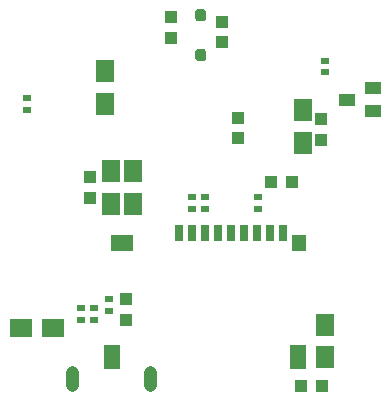
<source format=gbp>
G04 EAGLE Gerber RS-274X export*
G75*
%MOMM*%
%FSLAX34Y34*%
%LPD*%
%INSolderpaste Bottom*%
%IPPOS*%
%AMOC8*
5,1,8,0,0,1.08239X$1,22.5*%
G01*
%ADD10R,1.950000X1.500000*%
%ADD11R,1.500000X1.950000*%
%ADD12R,1.080000X1.050000*%
%ADD13R,1.050000X1.080000*%
%ADD14R,0.700000X0.600000*%
%ADD15R,1.400000X2.000000*%
%ADD16R,1.280000X1.400000*%
%ADD17R,1.950000X1.400000*%
%ADD18R,0.700000X1.400000*%
%ADD19R,1.400000X1.000000*%
%ADD20C,1.066800*%

G36*
X169742Y322803D02*
X169742Y322803D01*
X169744Y322801D01*
X170088Y322828D01*
X170092Y322832D01*
X170096Y322829D01*
X170432Y322910D01*
X170435Y322915D01*
X170439Y322913D01*
X170758Y323045D01*
X170761Y323050D01*
X170765Y323048D01*
X171059Y323228D01*
X171061Y323233D01*
X171065Y323233D01*
X171328Y323457D01*
X171329Y323462D01*
X171334Y323462D01*
X171558Y323725D01*
X171558Y323731D01*
X171562Y323731D01*
X171742Y324025D01*
X171741Y324031D01*
X171746Y324032D01*
X171878Y324351D01*
X171876Y324357D01*
X171880Y324358D01*
X171961Y324694D01*
X171959Y324700D01*
X171962Y324702D01*
X171989Y325046D01*
X171988Y325049D01*
X171989Y325050D01*
X171989Y330850D01*
X171987Y330852D01*
X171989Y330854D01*
X171962Y331198D01*
X171958Y331202D01*
X171961Y331206D01*
X171880Y331542D01*
X171875Y331545D01*
X171878Y331549D01*
X171746Y331868D01*
X171740Y331871D01*
X171742Y331875D01*
X171562Y332169D01*
X171557Y332171D01*
X171558Y332175D01*
X171334Y332438D01*
X171328Y332439D01*
X171328Y332444D01*
X171065Y332668D01*
X171059Y332668D01*
X171059Y332672D01*
X170765Y332852D01*
X170759Y332851D01*
X170758Y332856D01*
X170439Y332988D01*
X170433Y332986D01*
X170432Y332990D01*
X170096Y333071D01*
X170088Y333068D01*
X170084Y333072D01*
X165540Y333099D01*
X165538Y333097D01*
X165536Y333099D01*
X165192Y333072D01*
X165188Y333068D01*
X165184Y333071D01*
X164848Y332990D01*
X164845Y332985D01*
X164841Y332988D01*
X164522Y332856D01*
X164519Y332850D01*
X164515Y332852D01*
X164221Y332672D01*
X164219Y332667D01*
X164215Y332668D01*
X163952Y332444D01*
X163951Y332438D01*
X163947Y332438D01*
X163723Y332175D01*
X163722Y332169D01*
X163718Y332169D01*
X163538Y331875D01*
X163539Y331869D01*
X163535Y331868D01*
X163403Y331549D01*
X163404Y331543D01*
X163400Y331542D01*
X163319Y331206D01*
X163321Y331200D01*
X163318Y331198D01*
X163291Y330854D01*
X163293Y330851D01*
X163291Y330850D01*
X163291Y325050D01*
X163293Y325048D01*
X163291Y325046D01*
X163318Y324702D01*
X163322Y324698D01*
X163319Y324694D01*
X163400Y324358D01*
X163405Y324355D01*
X163403Y324351D01*
X163535Y324032D01*
X163540Y324029D01*
X163538Y324025D01*
X163718Y323731D01*
X163723Y323729D01*
X163723Y323725D01*
X163947Y323462D01*
X163952Y323461D01*
X163952Y323457D01*
X164215Y323233D01*
X164221Y323232D01*
X164221Y323228D01*
X164515Y323048D01*
X164521Y323049D01*
X164522Y323045D01*
X164841Y322913D01*
X164847Y322914D01*
X164848Y322910D01*
X165184Y322829D01*
X165192Y322833D01*
X165196Y322828D01*
X169740Y322801D01*
X169742Y322803D01*
G37*
G36*
X169742Y289203D02*
X169742Y289203D01*
X169744Y289201D01*
X170088Y289228D01*
X170092Y289232D01*
X170096Y289229D01*
X170432Y289310D01*
X170435Y289315D01*
X170439Y289313D01*
X170758Y289445D01*
X170761Y289450D01*
X170765Y289448D01*
X171059Y289628D01*
X171061Y289633D01*
X171065Y289633D01*
X171328Y289857D01*
X171329Y289862D01*
X171334Y289862D01*
X171558Y290125D01*
X171558Y290131D01*
X171562Y290131D01*
X171742Y290425D01*
X171741Y290431D01*
X171746Y290432D01*
X171878Y290751D01*
X171876Y290757D01*
X171880Y290758D01*
X171961Y291094D01*
X171959Y291100D01*
X171962Y291102D01*
X171989Y291446D01*
X171988Y291449D01*
X171989Y291450D01*
X171989Y297250D01*
X171987Y297252D01*
X171989Y297254D01*
X171962Y297598D01*
X171958Y297602D01*
X171961Y297606D01*
X171880Y297942D01*
X171875Y297945D01*
X171878Y297949D01*
X171746Y298268D01*
X171740Y298271D01*
X171742Y298275D01*
X171562Y298569D01*
X171557Y298571D01*
X171558Y298575D01*
X171334Y298838D01*
X171328Y298839D01*
X171328Y298844D01*
X171065Y299068D01*
X171059Y299068D01*
X171059Y299072D01*
X170765Y299252D01*
X170759Y299251D01*
X170758Y299256D01*
X170439Y299388D01*
X170433Y299386D01*
X170432Y299390D01*
X170096Y299471D01*
X170088Y299468D01*
X170084Y299472D01*
X165540Y299499D01*
X165538Y299497D01*
X165536Y299499D01*
X165192Y299472D01*
X165188Y299468D01*
X165184Y299471D01*
X164848Y299390D01*
X164845Y299385D01*
X164841Y299388D01*
X164522Y299256D01*
X164519Y299250D01*
X164515Y299252D01*
X164221Y299072D01*
X164219Y299067D01*
X164215Y299068D01*
X163952Y298844D01*
X163951Y298838D01*
X163947Y298838D01*
X163723Y298575D01*
X163722Y298569D01*
X163718Y298569D01*
X163538Y298275D01*
X163539Y298269D01*
X163535Y298268D01*
X163403Y297949D01*
X163404Y297943D01*
X163400Y297942D01*
X163319Y297606D01*
X163321Y297600D01*
X163318Y297598D01*
X163291Y297254D01*
X163293Y297251D01*
X163291Y297250D01*
X163291Y291450D01*
X163293Y291448D01*
X163291Y291446D01*
X163318Y291102D01*
X163322Y291098D01*
X163319Y291094D01*
X163400Y290758D01*
X163405Y290755D01*
X163403Y290751D01*
X163535Y290432D01*
X163540Y290429D01*
X163538Y290425D01*
X163718Y290131D01*
X163723Y290129D01*
X163723Y290125D01*
X163947Y289862D01*
X163952Y289861D01*
X163952Y289857D01*
X164215Y289633D01*
X164221Y289632D01*
X164221Y289628D01*
X164515Y289448D01*
X164521Y289449D01*
X164522Y289445D01*
X164841Y289313D01*
X164847Y289314D01*
X164848Y289310D01*
X165184Y289229D01*
X165192Y289233D01*
X165196Y289228D01*
X169740Y289201D01*
X169742Y289203D01*
G37*
D10*
X42960Y63500D03*
X15460Y63500D03*
D11*
X86360Y280450D03*
X86360Y252950D03*
D12*
X199390Y241160D03*
X199390Y223660D03*
D13*
X252870Y13970D03*
X270370Y13970D03*
D12*
X185420Y322440D03*
X185420Y304940D03*
D11*
X273050Y65820D03*
X273050Y38320D03*
D12*
X73660Y190995D03*
X73660Y173495D03*
X269240Y222390D03*
X269240Y239890D03*
D11*
X254000Y219930D03*
X254000Y247430D03*
X91440Y195995D03*
X91440Y168495D03*
X110490Y195995D03*
X110490Y168495D03*
D12*
X104140Y87490D03*
X104140Y69990D03*
D13*
X227470Y186690D03*
X244970Y186690D03*
D12*
X142240Y326250D03*
X142240Y308750D03*
D14*
X90170Y87550D03*
X90170Y77550D03*
X273050Y279480D03*
X273050Y289480D03*
X77470Y69930D03*
X77470Y79930D03*
X66040Y69930D03*
X66040Y79930D03*
X171450Y173910D03*
X171450Y163910D03*
X160020Y173910D03*
X160020Y163910D03*
X215900Y173910D03*
X215900Y163910D03*
D15*
X92450Y38810D03*
X250450Y38810D03*
D16*
X251050Y134810D03*
D17*
X101200Y134810D03*
D18*
X149450Y143510D03*
X160450Y143510D03*
X171450Y143510D03*
X182450Y143510D03*
X193450Y143510D03*
X204450Y143510D03*
X215450Y143510D03*
X226450Y143510D03*
X237450Y143510D03*
D19*
X291260Y256540D03*
X313260Y247040D03*
X313260Y266040D03*
D20*
X58420Y25908D02*
X58420Y14732D01*
X124460Y14732D02*
X124460Y25908D01*
D14*
X20320Y247730D03*
X20320Y257730D03*
M02*

</source>
